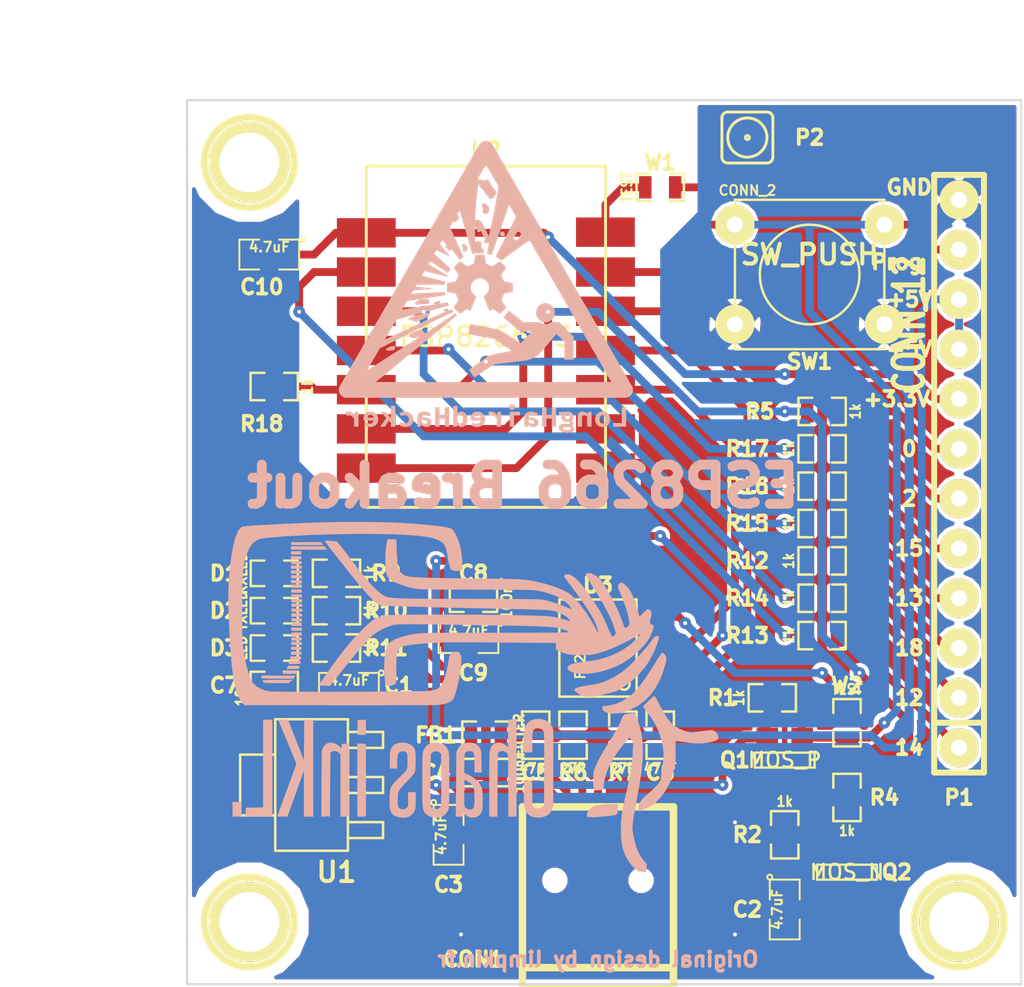
<source format=kicad_pcb>
(kicad_pcb (version 3) (host pcbnew "(2013-may-18)-stable")
  (layers (15 Dessus.Cu signal hide) (0 Dessous.Cu signal) (18 B.Paste user) (19 F.Paste user) (20 B.SilkS user) (21 F.SilkS user) (22 B.Mask user) (23 F.Mask user) (28 Edge.Cuts user))
  (net 0 "")
  (net 1 +3.3V)
  (net 2 CON_GPIO0)
  (net 3 CON_GPIO12)
  (net 4 CON_GPIO13)
  (net 5 CON_GPIO14)
  (net 6 CON_GPIO15)
  (net 7 CON_GPIO18)
  (net 8 CON_GPIO2)
  (net 9 FT230_RX)
  (net 10 FT230_TX)
  (net 11 GND)
  (net 12 GPIO0)
  (net 13 N-0000010)
  (net 14 N-0000011)
  (net 15 N-0000012)
  (net 16 N-0000013)
  (net 17 N-0000014)
  (net 18 N-0000015)
  (net 19 N-0000024)
  (net 20 N-0000026)
  (net 21 N-0000027)
  (net 22 N-0000028)
  (net 23 N-0000029)
  (net 24 N-000003)
  (net 25 N-0000030)
  (net 26 N-0000032)
  (net 27 N-0000033)
  (net 28 N-0000034)
  (net 29 N-0000035)
  (net 30 N-0000036)
  (net 31 N-0000037)
  (net 32 N-000004)
  (net 33 N-000005)
  (net 34 N-000006)
  (net 35 N-000009)
  (net 36 PROG_SW)
  (net 37 VCC)
  (net 38 VDD)
  (module ESP8266-3 (layer Dessus.Cu) (at 71.755 69.215)
    (fp_text reference U2 (at 0 -9.525) (layer F.SilkS) (effects (font (size 0.75 0.75) (thickness 0.2))))
    (fp_text value ESP8266-3 (at 0 0) (layer F.SilkS))
    (pad 1 smd rect (at 6.1 6.7) (size 3 1.5) (layers Dessus.Cu F.Paste F.Mask) (net 11 GND))
    (pad 2 smd rect (at 6.1 4.7) (size 3 1.5) (layers Dessus.Cu F.Paste F.Mask))
    (pad 3 smd rect (at 6.1 2.7) (size 3 1.5) (layers Dessus.Cu F.Paste F.Mask) (net 9 FT230_RX))
    (pad 4 smd rect (at 6.1 0.7) (size 3 1.5) (layers Dessus.Cu F.Paste F.Mask) (net 10 FT230_TX))
    (pad 5 smd rect (at 6.1 -1.3) (size 3 1.5) (layers Dessus.Cu F.Paste F.Mask) (net 28 N-0000034))
    (pad 6 smd rect (at 6.1 -3.3) (size 3 1.5) (layers Dessus.Cu F.Paste F.Mask) (net 36 PROG_SW))
    (pad 8 smd rect (at -6.1 -5.3) (size 3 1.5) (layers Dessus.Cu F.Paste F.Mask) (net 1 +3.3V))
    (pad 9 smd rect (at -6.1 -3.3) (size 3 1.5) (layers Dessus.Cu F.Paste F.Mask) (net 29 N-0000035))
    (pad 10 smd rect (at -6.1 -1.3) (size 3 1.5) (layers Dessus.Cu F.Paste F.Mask) (net 27 N-0000033))
    (pad 11 smd rect (at -6.1 0.7) (size 3 1.5) (layers Dessus.Cu F.Paste F.Mask) (net 30 N-0000036))
    (pad 12 smd rect (at -6.1 2.7) (size 3 1.5) (layers Dessus.Cu F.Paste F.Mask) (net 31 N-0000037))
    (pad 13 smd rect (at -6.1 4.7) (size 3 1.5) (layers Dessus.Cu F.Paste F.Mask) (net 35 N-000009))
    (pad 14 smd rect (at -6.1 6.7) (size 3 1.5) (layers Dessus.Cu F.Paste F.Mask) (net 12 GPIO0))
    (pad 7 smd rect (at 6.096 -5.334) (size 3 1.5) (layers Dessus.Cu F.Paste F.Mask) (net 19 N-0000024))
  )
  (module ssop-16 (layer Dessus.Cu) (at 77.47 85.09 90)
    (fp_text reference U3 (at 3.2 0 180) (layer F.SilkS) (effects (font (size 0.75 0.75) (thickness 0.2))))
    (fp_text value FT230XS (at 0 -0.89916 90) (layer F.SilkS) (effects (font (size 0.50038 0.50038) (thickness 0.09906))))
    (pad 4 smd rect (at -0.3175 2.667 90) (size 0.4064 1.651) (layers Dessus.Cu F.Paste F.Mask) (net 9 FT230_RX))
    (pad 5 smd rect (at 0.3175 2.667 90) (size 0.4064 1.651) (layers Dessus.Cu F.Paste F.Mask) (net 11 GND))
    (pad 6 smd rect (at 0.9525 2.667 90) (size 0.4064 1.651) (layers Dessus.Cu F.Paste F.Mask))
    (pad 7 smd rect (at 1.5875 2.667 90) (size 0.4064 1.651) (layers Dessus.Cu F.Paste F.Mask) (net 20 N-0000026))
    (pad 16 smd rect (at -2.2225 -2.667 90) (size 0.4064 1.651) (layers Dessus.Cu F.Paste F.Mask) (net 21 N-0000027))
    (pad 1 smd rect (at -2.2225 2.667 90) (size 0.4064 1.651) (layers Dessus.Cu F.Paste F.Mask) (net 10 FT230_TX))
    (pad 2 smd rect (at -1.5875 2.667 90) (size 0.4064 1.651) (layers Dessus.Cu F.Paste F.Mask))
    (pad 3 smd rect (at -0.9525 2.667 90) (size 0.4064 1.651) (layers Dessus.Cu F.Paste F.Mask) (net 13 N-0000010))
    (pad 9 smd rect (at 2.2225 -2.667 90) (size 0.4064 1.651) (layers Dessus.Cu F.Paste F.Mask) (net 34 N-000006))
    (pad 10 smd rect (at 1.5875 -2.667 90) (size 0.4064 1.651) (layers Dessus.Cu F.Paste F.Mask) (net 13 N-0000010))
    (pad 11 smd rect (at 0.9525 -2.667 90) (size 0.4064 1.651) (layers Dessus.Cu F.Paste F.Mask) (net 13 N-0000010))
    (pad 12 smd rect (at 0.3175 -2.667 90) (size 0.4064 1.651) (layers Dessus.Cu F.Paste F.Mask) (net 37 VCC))
    (pad 13 smd rect (at -0.3175 -2.667 90) (size 0.4064 1.651) (layers Dessus.Cu F.Paste F.Mask) (net 11 GND))
    (pad 14 smd rect (at -0.9525 -2.667 90) (size 0.4064 1.651) (layers Dessus.Cu F.Paste F.Mask) (net 22 N-0000028))
    (pad 8 smd rect (at 2.2225 2.667 90) (size 0.4064 1.651) (layers Dessus.Cu F.Paste F.Mask) (net 33 N-000005))
    (pad 15 smd rect (at -1.5875 -2.667 90) (size 0.4064 1.651) (layers Dessus.Cu F.Paste F.Mask) (net 23 N-0000029))
  )
  (module SOT23GDS_L (layer Dessus.Cu) (at 90.17 96.52 180)
    (fp_text reference Q2 (at -2.54 0 180) (layer F.SilkS) (effects (font (size 0.75 0.75) (thickness 0.2))))
    (fp_text value MOS_N (at 0 0 180) (layer F.SilkS) (effects (font (size 0.762 0.762) (thickness 0.12954))))
    (pad S smd rect (at -0.889 -1.1 180) (size 1.1 1.1) (layers Dessus.Cu F.Paste F.Mask) (net 11 GND))
    (pad G smd rect (at 0.889 -1.1 180) (size 1.1 1.1) (layers Dessus.Cu F.Paste F.Mask) (net 17 N-0000014))
    (pad D smd rect (at 0 1.1 180) (size 1.1 1.1) (layers Dessus.Cu F.Paste F.Mask) (net 16 N-0000013))
  )
  (module SOT23GDS_L (layer Dessus.Cu) (at 86.995 90.805)
    (fp_text reference Q1 (at -2.54 0) (layer F.SilkS) (effects (font (size 0.75 0.75) (thickness 0.2))))
    (fp_text value MOS_P (at 0 0) (layer F.SilkS) (effects (font (size 0.762 0.762) (thickness 0.12954))))
    (pad S smd rect (at -0.889 -1.1) (size 1.1 1.1) (layers Dessus.Cu F.Paste F.Mask) (net 1 +3.3V))
    (pad G smd rect (at 0.889 -1.1) (size 1.1 1.1) (layers Dessus.Cu F.Paste F.Mask) (net 36 PROG_SW))
    (pad D smd rect (at 0 1.1) (size 1.1 1.1) (layers Dessus.Cu F.Paste F.Mask) (net 18 N-0000015))
  )
  (module SM0603_Resistor (layer Dessus.Cu) (at 74.295 89.535 90)
    (fp_text reference C5 (at -1.905 0 180) (layer F.SilkS) (effects (font (size 0.75 0.75) (thickness 0.2))))
    (fp_text value 47pF (at -1.69926 0 180) (layer F.SilkS) (effects (font (size 0.508 0.4572) (thickness 0.1143))))
    (pad 1 smd rect (at -0.762 0 90) (size 0.635 1.143) (layers Dessus.Cu F.Paste F.Mask) (net 24 N-000003))
    (pad 2 smd rect (at 0.762 0 90) (size 0.635 1.143) (layers Dessus.Cu F.Paste F.Mask) (net 11 GND))
  )
  (module SM0603_Resistor (layer Dessus.Cu) (at 64.135 81.28 180)
    (fp_text reference R9 (at -2.54 0 180) (layer F.SilkS) (effects (font (size 0.75 0.75) (thickness 0.2))))
    (fp_text value 1k (at -1.69926 0 270) (layer F.SilkS) (effects (font (size 0.508 0.4572) (thickness 0.1143))))
    (pad 1 smd rect (at -0.762 0 180) (size 0.635 1.143) (layers Dessus.Cu F.Paste F.Mask) (net 22 N-0000028))
    (pad 2 smd rect (at 0.762 0 180) (size 0.635 1.143) (layers Dessus.Cu F.Paste F.Mask) (net 15 N-0000012))
  )
  (module SM0603_Resistor (layer Dessus.Cu) (at 64.135 83.185 180)
    (fp_text reference R10 (at -2.54 0 180) (layer F.SilkS) (effects (font (size 0.75 0.75) (thickness 0.2))))
    (fp_text value 1k (at -1.69926 0 270) (layer F.SilkS) (effects (font (size 0.508 0.4572) (thickness 0.1143))))
    (pad 1 smd rect (at -0.762 0 180) (size 0.635 1.143) (layers Dessus.Cu F.Paste F.Mask) (net 23 N-0000029))
    (pad 2 smd rect (at 0.762 0 180) (size 0.635 1.143) (layers Dessus.Cu F.Paste F.Mask) (net 26 N-0000032))
  )
  (module SM0603_Resistor (layer Dessus.Cu) (at 64.135 85.09 180)
    (fp_text reference R11 (at -2.54 0 180) (layer F.SilkS) (effects (font (size 0.75 0.75) (thickness 0.2))))
    (fp_text value 1k (at -1.69926 0 270) (layer F.SilkS) (effects (font (size 0.508 0.4572) (thickness 0.1143))))
    (pad 1 smd rect (at -0.762 0 180) (size 0.635 1.143) (layers Dessus.Cu F.Paste F.Mask) (net 21 N-0000027))
    (pad 2 smd rect (at 0.762 0 180) (size 0.635 1.143) (layers Dessus.Cu F.Paste F.Mask) (net 14 N-0000011))
  )
  (module SM0603_Resistor (layer Dessus.Cu) (at 60.96 86.995)
    (fp_text reference C7 (at -2.54 0) (layer F.SilkS) (effects (font (size 0.75 0.75) (thickness 0.2))))
    (fp_text value 100nF (at -1.69926 0 90) (layer F.SilkS) (effects (font (size 0.508 0.4572) (thickness 0.1143))))
    (pad 1 smd rect (at -0.762 0) (size 0.635 1.143) (layers Dessus.Cu F.Paste F.Mask) (net 13 N-0000010))
    (pad 2 smd rect (at 0.762 0) (size 0.635 1.143) (layers Dessus.Cu F.Paste F.Mask) (net 11 GND))
  )
  (module SM0603_Resistor (layer Dessus.Cu) (at 78.74 89.535 90)
    (fp_text reference R7 (at -1.905 0 180) (layer F.SilkS) (effects (font (size 0.75 0.75) (thickness 0.2))))
    (fp_text value 27R (at -1.69926 0 180) (layer F.SilkS) (effects (font (size 0.508 0.4572) (thickness 0.1143))))
    (pad 1 smd rect (at -0.762 0 90) (size 0.635 1.143) (layers Dessus.Cu F.Paste F.Mask) (net 32 N-000004))
    (pad 2 smd rect (at 0.762 0 90) (size 0.635 1.143) (layers Dessus.Cu F.Paste F.Mask) (net 33 N-000005))
  )
  (module SM0603_Resistor (layer Dessus.Cu) (at 76.2 89.535 90)
    (fp_text reference R6 (at -1.905 0 180) (layer F.SilkS) (effects (font (size 0.75 0.75) (thickness 0.2))))
    (fp_text value 27R (at -1.69926 0 180) (layer F.SilkS) (effects (font (size 0.508 0.4572) (thickness 0.1143))))
    (pad 1 smd rect (at -0.762 0 90) (size 0.635 1.143) (layers Dessus.Cu F.Paste F.Mask) (net 24 N-000003))
    (pad 2 smd rect (at 0.762 0 90) (size 0.635 1.143) (layers Dessus.Cu F.Paste F.Mask) (net 34 N-000006))
  )
  (module SM0603_Resistor (layer Dessus.Cu) (at 80.645 89.535 90)
    (fp_text reference C6 (at -1.905 0 180) (layer F.SilkS) (effects (font (size 0.75 0.75) (thickness 0.2))))
    (fp_text value 47pF (at -1.69926 0 180) (layer F.SilkS) (effects (font (size 0.508 0.4572) (thickness 0.1143))))
    (pad 1 smd rect (at -0.762 0 90) (size 0.635 1.143) (layers Dessus.Cu F.Paste F.Mask) (net 32 N-000004))
    (pad 2 smd rect (at 0.762 0 90) (size 0.635 1.143) (layers Dessus.Cu F.Paste F.Mask) (net 11 GND))
  )
  (module SM0603_Resistor (layer Dessus.Cu) (at 71.12 82.55 180)
    (fp_text reference C8 (at 0 1.27 180) (layer F.SilkS) (effects (font (size 0.75 0.75) (thickness 0.2))))
    (fp_text value 100nF (at -1.69926 0 270) (layer F.SilkS) (effects (font (size 0.508 0.4572) (thickness 0.1143))))
    (pad 1 smd rect (at -0.762 0 180) (size 0.635 1.143) (layers Dessus.Cu F.Paste F.Mask) (net 37 VCC))
    (pad 2 smd rect (at 0.762 0 180) (size 0.635 1.143) (layers Dessus.Cu F.Paste F.Mask) (net 11 GND))
  )
  (module SM0603_Resistor (layer Dessus.Cu) (at 71.755 91.44 180)
    (fp_text reference C4 (at 2.54 0 180) (layer F.SilkS) (effects (font (size 0.75 0.75) (thickness 0.2))))
    (fp_text value 100nF (at -1.69926 0 270) (layer F.SilkS) (effects (font (size 0.508 0.4572) (thickness 0.1143))))
    (pad 1 smd rect (at -0.762 0 180) (size 0.635 1.143) (layers Dessus.Cu F.Paste F.Mask) (net 38 VDD))
    (pad 2 smd rect (at 0.762 0 180) (size 0.635 1.143) (layers Dessus.Cu F.Paste F.Mask) (net 11 GND))
  )
  (module SM0603_Resistor (layer Dessus.Cu) (at 71.755 89.535 180)
    (fp_text reference FB1 (at 2.54 0 180) (layer F.SilkS) (effects (font (size 0.75 0.75) (thickness 0.2))))
    (fp_text value FILTER (at -1.69926 0 270) (layer F.SilkS) (effects (font (size 0.508 0.4572) (thickness 0.1143))))
    (pad 1 smd rect (at -0.762 0 180) (size 0.635 1.143) (layers Dessus.Cu F.Paste F.Mask) (net 38 VDD))
    (pad 2 smd rect (at 0.762 0 180) (size 0.635 1.143) (layers Dessus.Cu F.Paste F.Mask) (net 37 VCC))
  )
  (module SM0603_Resistor (layer Dessus.Cu) (at 90.17 92.71 90)
    (fp_text reference R4 (at 0 1.905 180) (layer F.SilkS) (effects (font (size 0.75 0.75) (thickness 0.2))))
    (fp_text value 1k (at -1.69926 0 180) (layer F.SilkS) (effects (font (size 0.508 0.4572) (thickness 0.1143))))
    (pad 1 smd rect (at -0.762 0 90) (size 0.635 1.143) (layers Dessus.Cu F.Paste F.Mask) (net 16 N-0000013))
    (pad 2 smd rect (at 0.762 0 90) (size 0.635 1.143) (layers Dessus.Cu F.Paste F.Mask) (net 12 GPIO0))
  )
  (module SM0603_Resistor (layer Dessus.Cu) (at 86.995 94.615 270)
    (fp_text reference R2 (at 0 1.905 360) (layer F.SilkS) (effects (font (size 0.75 0.75) (thickness 0.2))))
    (fp_text value 1k (at -1.69926 0 360) (layer F.SilkS) (effects (font (size 0.508 0.4572) (thickness 0.1143))))
    (pad 1 smd rect (at -0.762 0 270) (size 0.635 1.143) (layers Dessus.Cu F.Paste F.Mask) (net 18 N-0000015))
    (pad 2 smd rect (at 0.762 0 270) (size 0.635 1.143) (layers Dessus.Cu F.Paste F.Mask) (net 17 N-0000014))
  )
  (module SM0603_Resistor (layer Dessus.Cu) (at 86.36 87.63)
    (fp_text reference R1 (at -2.54 0) (layer F.SilkS) (effects (font (size 0.75 0.75) (thickness 0.2))))
    (fp_text value 1k (at -1.69926 0 90) (layer F.SilkS) (effects (font (size 0.508 0.4572) (thickness 0.1143))))
    (pad 1 smd rect (at -0.762 0) (size 0.635 1.143) (layers Dessus.Cu F.Paste F.Mask) (net 1 +3.3V))
    (pad 2 smd rect (at 0.762 0) (size 0.635 1.143) (layers Dessus.Cu F.Paste F.Mask) (net 36 PROG_SW))
  )
  (module SM0603_Capa (layer Dessus.Cu) (at 60.96 85.09)
    (fp_text reference D3 (at -2.54 0) (layer F.SilkS) (effects (font (size 0.75 0.75) (thickness 0.2))))
    (fp_text value LED (at -1.651 0 90) (layer F.SilkS) (effects (font (size 0.508 0.4572) (thickness 0.1143))))
    (pad 1 smd rect (at -0.762 0) (size 0.635 1.143) (layers Dessus.Cu F.Paste F.Mask) (net 13 N-0000010))
    (pad 2 smd rect (at 0.762 0) (size 0.635 1.143) (layers Dessus.Cu F.Paste F.Mask) (net 14 N-0000011))
  )
  (module SM0603_Capa (layer Dessus.Cu) (at 60.96 83.185)
    (fp_text reference D2 (at -2.54 0) (layer F.SilkS) (effects (font (size 0.75 0.75) (thickness 0.2))))
    (fp_text value TXLED (at -1.651 0 90) (layer F.SilkS) (effects (font (size 0.508 0.4572) (thickness 0.1143))))
    (pad 1 smd rect (at -0.762 0) (size 0.635 1.143) (layers Dessus.Cu F.Paste F.Mask) (net 13 N-0000010))
    (pad 2 smd rect (at 0.762 0) (size 0.635 1.143) (layers Dessus.Cu F.Paste F.Mask) (net 26 N-0000032))
  )
  (module SM0603_Capa (layer Dessus.Cu) (at 60.96 81.28)
    (fp_text reference D1 (at -2.54 0) (layer F.SilkS) (effects (font (size 0.75 0.75) (thickness 0.2))))
    (fp_text value RXLED (at -1.651 0 90) (layer F.SilkS) (effects (font (size 0.508 0.4572) (thickness 0.1143))))
    (pad 1 smd rect (at -0.762 0) (size 0.635 1.143) (layers Dessus.Cu F.Paste F.Mask) (net 13 N-0000010))
    (pad 2 smd rect (at 0.762 0) (size 0.635 1.143) (layers Dessus.Cu F.Paste F.Mask) (net 15 N-0000012))
  )
  (module SM0603_Resistor (layer Dessus.Cu) (at 88.9 80.645)
    (fp_text reference R12 (at -3.81 0) (layer F.SilkS) (effects (font (size 0.75 0.75) (thickness 0.2))))
    (fp_text value 1k (at -1.69926 0 90) (layer F.SilkS) (effects (font (size 0.508 0.4572) (thickness 0.1143))))
    (pad 1 smd rect (at -0.762 0) (size 0.635 1.143) (layers Dessus.Cu F.Paste F.Mask) (net 28 N-0000034))
    (pad 2 smd rect (at 0.762 0) (size 0.635 1.143) (layers Dessus.Cu F.Paste F.Mask) (net 7 CON_GPIO18))
  )
  (module SM0603_Resistor (layer Dessus.Cu) (at 88.9 84.455)
    (fp_text reference R13 (at -3.81 0) (layer F.SilkS) (effects (font (size 0.75 0.75) (thickness 0.2))))
    (fp_text value 1k (at -1.69926 0 90) (layer F.SilkS) (effects (font (size 0.508 0.4572) (thickness 0.1143))))
    (pad 1 smd rect (at -0.762 0) (size 0.635 1.143) (layers Dessus.Cu F.Paste F.Mask) (net 29 N-0000035))
    (pad 2 smd rect (at 0.762 0) (size 0.635 1.143) (layers Dessus.Cu F.Paste F.Mask) (net 5 CON_GPIO14))
  )
  (module SM0603_Resistor (layer Dessus.Cu) (at 88.9 82.55)
    (fp_text reference R14 (at -3.81 0) (layer F.SilkS) (effects (font (size 0.75 0.75) (thickness 0.2))))
    (fp_text value 1k (at -1.69926 0 90) (layer F.SilkS) (effects (font (size 0.508 0.4572) (thickness 0.1143))))
    (pad 1 smd rect (at -0.762 0) (size 0.635 1.143) (layers Dessus.Cu F.Paste F.Mask) (net 27 N-0000033))
    (pad 2 smd rect (at 0.762 0) (size 0.635 1.143) (layers Dessus.Cu F.Paste F.Mask) (net 3 CON_GPIO12))
  )
  (module SM0603_Resistor (layer Dessus.Cu) (at 88.9 78.74)
    (fp_text reference R15 (at -3.81 0) (layer F.SilkS) (effects (font (size 0.75 0.75) (thickness 0.2))))
    (fp_text value 1k (at -1.69926 0 90) (layer F.SilkS) (effects (font (size 0.508 0.4572) (thickness 0.1143))))
    (pad 1 smd rect (at -0.762 0) (size 0.635 1.143) (layers Dessus.Cu F.Paste F.Mask) (net 30 N-0000036))
    (pad 2 smd rect (at 0.762 0) (size 0.635 1.143) (layers Dessus.Cu F.Paste F.Mask) (net 4 CON_GPIO13))
  )
  (module SM0603_Resistor (layer Dessus.Cu) (at 88.9 76.835)
    (fp_text reference R16 (at -3.81 0) (layer F.SilkS) (effects (font (size 0.75 0.75) (thickness 0.2))))
    (fp_text value 1k (at -1.69926 0 90) (layer F.SilkS) (effects (font (size 0.508 0.4572) (thickness 0.1143))))
    (pad 1 smd rect (at -0.762 0) (size 0.635 1.143) (layers Dessus.Cu F.Paste F.Mask) (net 31 N-0000037))
    (pad 2 smd rect (at 0.762 0) (size 0.635 1.143) (layers Dessus.Cu F.Paste F.Mask) (net 6 CON_GPIO15))
  )
  (module SM0603_Resistor (layer Dessus.Cu) (at 88.9 74.93)
    (fp_text reference R17 (at -3.81 0) (layer F.SilkS) (effects (font (size 0.75 0.75) (thickness 0.2))))
    (fp_text value 1k (at -1.69926 0 90) (layer F.SilkS) (effects (font (size 0.508 0.4572) (thickness 0.1143))))
    (pad 1 smd rect (at -0.762 0) (size 0.635 1.143) (layers Dessus.Cu F.Paste F.Mask) (net 35 N-000009))
    (pad 2 smd rect (at 0.762 0) (size 0.635 1.143) (layers Dessus.Cu F.Paste F.Mask) (net 8 CON_GPIO2))
  )
  (module SM0603_Resistor (layer Dessus.Cu) (at 60.96 71.755 180)
    (fp_text reference R18 (at 0.635 -1.905 180) (layer F.SilkS) (effects (font (size 0.75 0.75) (thickness 0.2))))
    (fp_text value 1k (at -1.69926 0 270) (layer F.SilkS) (effects (font (size 0.508 0.4572) (thickness 0.1143))))
    (pad 1 smd rect (at -0.762 0 180) (size 0.635 1.143) (layers Dessus.Cu F.Paste F.Mask) (net 31 N-0000037))
    (pad 2 smd rect (at 0.762 0 180) (size 0.635 1.143) (layers Dessus.Cu F.Paste F.Mask) (net 11 GND))
  )
  (module USB_MINI_B (layer Dessus.Cu) (at 77.47 97.79 90)
    (fp_text reference CON1 (at -3.175 -6.35 180) (layer F.SilkS) (effects (font (size 0.75 0.75) (thickness 0.2))))
    (fp_text value USB-MICRO-B2 hide)
    (pad 1 smd rect (at 3.44932 -1.6002 90) (size 2.30124 0.50038) (layers Dessus.Cu F.Paste F.Mask) (net 38 VDD))
    (pad 2 smd rect (at 3.44932 -0.8001 90) (size 2.30124 0.50038) (layers Dessus.Cu F.Paste F.Mask) (net 24 N-000003))
    (pad 3 smd rect (at 3.44932 0 90) (size 2.30124 0.50038) (layers Dessus.Cu F.Paste F.Mask) (net 32 N-000004))
    (pad 4 smd rect (at 3.44932 0.8001 90) (size 2.30124 0.50038) (layers Dessus.Cu F.Paste F.Mask))
    (pad 5 smd rect (at 3.44932 1.6002 90) (size 2.30124 0.50038) (layers Dessus.Cu F.Paste F.Mask) (net 11 GND))
    (pad 6 smd rect (at 3.35026 -4.45008 90) (size 2.49936 1.99898) (layers Dessus.Cu F.Paste F.Mask) (net 11 GND))
    (pad 7 smd rect (at -2.14884 -4.45008 90) (size 2.49936 1.99898) (layers Dessus.Cu F.Paste F.Mask) (net 11 GND))
    (pad 8 smd rect (at 3.35026 4.45008 90) (size 2.49936 1.99898) (layers Dessus.Cu F.Paste F.Mask) (net 11 GND))
    (pad 9 smd rect (at -2.14884 4.45008 90) (size 2.49936 1.99898) (layers Dessus.Cu F.Paste F.Mask) (net 11 GND))
    (pad "" np_thru_hole circle (at 0.8509 -2.19964 90) (size 0.89916 0.89916) (drill 0.89916) (layers *.Cu *.Mask F.SilkS))
    (pad 2 np_thru_hole circle (at 0.8509 2.19964 90) (size 0.89916 0.89916) (drill 0.89916) (layers *.Cu *.Mask F.SilkS) (net 24 N-000003))
  )
  (module SM0603_Resistor (layer Dessus.Cu) (at 88.9 73.025 180)
    (fp_text reference R5 (at 3.175 0 180) (layer F.SilkS) (effects (font (size 0.75 0.75) (thickness 0.2))))
    (fp_text value 1k (at -1.69926 0 270) (layer F.SilkS) (effects (font (size 0.508 0.4572) (thickness 0.1143))))
    (pad 1 smd rect (at -0.762 0 180) (size 0.635 1.143) (layers Dessus.Cu F.Paste F.Mask) (net 2 CON_GPIO0))
    (pad 2 smd rect (at 0.762 0 180) (size 0.635 1.143) (layers Dessus.Cu F.Paste F.Mask) (net 12 GPIO0))
  )
  (module SIL-12 (layer Dessus.Cu) (at 95.885 76.2 90)
    (fp_text reference P1 (at -16.51 0 180) (layer F.SilkS) (effects (font (size 0.75 0.75) (thickness 0.2))))
    (fp_text value CONN_12 (at 7.62 -2.54 90) (layer F.SilkS) (effects (font (size 1.524 1.016) (thickness 0.3048))))
    (pad 1 thru_hole circle (at -13.97 0 90) (size 2 2) (drill 0.8128) (layers *.Cu *.Mask F.SilkS) (net 5 CON_GPIO14))
    (pad 2 thru_hole circle (at -11.43 0 90) (size 2 2) (drill 0.8128) (layers *.Cu *.Mask F.SilkS) (net 3 CON_GPIO12))
    (pad 3 thru_hole circle (at -8.89 0 90) (size 2 2) (drill 0.8128) (layers *.Cu *.Mask F.SilkS) (net 7 CON_GPIO18))
    (pad 4 thru_hole circle (at -6.35 0 90) (size 2 2) (drill 0.8128) (layers *.Cu *.Mask F.SilkS) (net 4 CON_GPIO13))
    (pad 5 thru_hole circle (at -3.81 0 90) (size 2 2) (drill 0.8128) (layers *.Cu *.Mask F.SilkS) (net 6 CON_GPIO15))
    (pad 6 thru_hole circle (at -1.27 0 90) (size 2 2) (drill 0.8128) (layers *.Cu *.Mask F.SilkS) (net 8 CON_GPIO2))
    (pad 7 thru_hole circle (at 1.27 0 90) (size 2 2) (drill 0.8128) (layers *.Cu *.Mask F.SilkS) (net 2 CON_GPIO0))
    (pad 8 thru_hole circle (at 3.81 0 90) (size 2 2) (drill 0.8128) (layers *.Cu *.Mask F.SilkS) (net 1 +3.3V))
    (pad 9 thru_hole circle (at 6.35 0 90) (size 2 2) (drill 0.8128) (layers *.Cu *.Mask F.SilkS) (net 37 VCC))
    (pad 10 thru_hole circle (at 8.89 0 90) (size 2 2) (drill 0.8128) (layers *.Cu *.Mask F.SilkS) (net 37 VCC))
    (pad 11 thru_hole circle (at 11.43 0 90) (size 2 2) (drill 0.8128) (layers *.Cu *.Mask F.SilkS) (net 36 PROG_SW))
    (pad 12 thru_hole circle (at 13.97 0 90) (size 2 2) (drill 0.8128) (layers *.Cu *.Mask F.SilkS) (net 11 GND))
  )
  (module SW_PUSH_SMALL (layer Dessus.Cu) (at 88.265 66.04 180)
    (fp_text reference SW1 (at 0 -4.445 180) (layer F.SilkS) (effects (font (size 0.75 0.75) (thickness 0.2))))
    (fp_text value SW_PUSH (at 0 1.016 180) (layer F.SilkS) (effects (font (size 1.016 1.016) (thickness 0.2032))))
    (pad 1 thru_hole circle (at 3.81 -2.54 180) (size 2 2) (drill 0.8128) (layers *.Cu *.Mask F.SilkS) (net 11 GND))
    (pad 2 thru_hole circle (at 3.81 2.54 180) (size 2 2) (drill 0.8128) (layers *.Cu *.Mask F.SilkS) (net 36 PROG_SW))
    (pad 1 thru_hole circle (at -3.81 -2.54 180) (size 2 2) (drill 0.8128) (layers *.Cu *.Mask F.SilkS) (net 11 GND))
    (pad 2 thru_hole circle (at -3.81 2.54 180) (size 2 2) (drill 0.8128) (layers *.Cu *.Mask F.SilkS) (net 36 PROG_SW))
  )
  (module 1pin (layer Dessus.Cu) (at 95.885 99.06)
    (fp_text reference 1PIN hide)
    (fp_text value P*** hide)
    (pad 1 thru_hole circle (at 0 0) (size 4.064 4.064) (drill 3.048) (layers *.Cu *.Mask F.SilkS) (clearance 1))
  )
  (module 1pin (layer Dessus.Cu) (at 59.69 99.06)
    (fp_text reference 1PIN hide)
    (fp_text value P*** hide)
    (pad 1 thru_hole circle (at 0 0) (size 4.064 4.064) (drill 3.048) (layers *.Cu *.Mask F.SilkS) (clearance 1))
  )
  (module 1pin (layer Dessus.Cu) (at 59.69 60.325)
    (fp_text reference 1PIN hide)
    (fp_text value P*** hide)
    (pad 1 thru_hole circle (at 0 0) (size 4.064 4.064) (drill 3.048) (layers *.Cu *.Mask F.SilkS) (clearance 1))
  )
  (module SM0805 (layer Dessus.Cu) (at 70.866 84.582 180)
    (fp_text reference C9 (at -0.254 -1.778 180) (layer F.SilkS) (effects (font (size 0.75 0.75) (thickness 0.2))))
    (fp_text value 4.7uF (at 0 0.381 180) (layer F.SilkS) (effects (font (size 0.50038 0.50038) (thickness 0.10922))))
    (pad 1 smd rect (at -0.9525 0 180) (size 0.889 1.397) (layers Dessus.Cu F.Paste F.Mask) (net 37 VCC))
    (pad 2 smd rect (at 0.9525 0 180) (size 0.889 1.397) (layers Dessus.Cu F.Paste F.Mask) (net 11 GND))
  )
  (module SM0805 (layer Dessus.Cu) (at 60.706 65.024 180)
    (fp_text reference C10 (at 0.381 -1.651 180) (layer F.SilkS) (effects (font (size 0.75 0.75) (thickness 0.2))))
    (fp_text value 4.7uF (at 0 0.381 180) (layer F.SilkS) (effects (font (size 0.50038 0.50038) (thickness 0.10922))))
    (pad 1 smd rect (at -0.9525 0 180) (size 0.889 1.397) (layers Dessus.Cu F.Paste F.Mask) (net 1 +3.3V))
    (pad 2 smd rect (at 0.9525 0 180) (size 0.889 1.397) (layers Dessus.Cu F.Paste F.Mask) (net 11 GND))
  )
  (module SM0805 (layer Dessus.Cu) (at 69.85 94.615 270)
    (fp_text reference C3 (at 2.54 0 360) (layer F.SilkS) (effects (font (size 0.75 0.75) (thickness 0.2))))
    (fp_text value 4.7uF (at 0 0.381 270) (layer F.SilkS) (effects (font (size 0.50038 0.50038) (thickness 0.10922))))
    (pad 1 smd rect (at -0.9525 0 270) (size 0.889 1.397) (layers Dessus.Cu F.Paste F.Mask) (net 1 +3.3V))
    (pad 2 smd rect (at 0.9525 0 270) (size 0.889 1.397) (layers Dessus.Cu F.Paste F.Mask) (net 11 GND))
  )
  (module SM0805 (layer Dessus.Cu) (at 64.77 87.122 180)
    (fp_text reference C1 (at -2.54 0.127 180) (layer F.SilkS) (effects (font (size 0.75 0.75) (thickness 0.2))))
    (fp_text value 4.7uF (at 0 0.381 180) (layer F.SilkS) (effects (font (size 0.50038 0.50038) (thickness 0.10922))))
    (pad 1 smd rect (at -0.9525 0 180) (size 0.889 1.397) (layers Dessus.Cu F.Paste F.Mask) (net 37 VCC))
    (pad 2 smd rect (at 0.9525 0 180) (size 0.889 1.397) (layers Dessus.Cu F.Paste F.Mask) (net 11 GND))
  )
  (module SM0805 (layer Dessus.Cu) (at 86.995 98.425 270)
    (fp_text reference C2 (at 0 1.905 360) (layer F.SilkS) (effects (font (size 0.75 0.75) (thickness 0.2))))
    (fp_text value 4.7uF (at 0 0.381 270) (layer F.SilkS) (effects (font (size 0.50038 0.50038) (thickness 0.10922))))
    (pad 1 smd rect (at -0.9525 0 270) (size 0.889 1.397) (layers Dessus.Cu F.Paste F.Mask) (net 17 N-0000014))
    (pad 2 smd rect (at 0.9525 0 270) (size 0.889 1.397) (layers Dessus.Cu F.Paste F.Mask) (net 11 GND))
  )
  (module sot223 (layer Dessus.Cu) (at 62.865 92.075 90)
    (fp_text reference U1 (at -4.445 1.27 180) (layer F.SilkS) (effects (font (size 1.00076 1.00076) (thickness 0.20066))))
    (fp_text value NCP1117LP hide)
    (pad 1 smd rect (at -2.30124 2.99974 90) (size 1.30048 1.80086) (layers Dessus.Cu F.Paste F.Mask) (net 11 GND))
    (pad 2 smd rect (at 0 2.99974 90) (size 1.30048 1.80086) (layers Dessus.Cu F.Paste F.Mask) (net 1 +3.3V))
    (pad 3 smd rect (at 2.30124 2.99974 90) (size 1.30048 1.80086) (layers Dessus.Cu F.Paste F.Mask) (net 37 VCC))
    (pad 4 smd rect (at 0 -2.99974 90) (size 3.79984 1.80086) (layers Dessus.Cu F.Paste F.Mask) (net 1 +3.3V))
  )
  (module SM0603_Resistor (layer Dessus.Cu) (at 80.645 61.595)
    (fp_text reference W1 (at 0 -1.27) (layer F.SilkS) (effects (font (size 0.75 0.75) (thickness 0.2))))
    (fp_text value TEST (at -1.69926 0 90) (layer F.SilkS) (effects (font (size 0.508 0.4572) (thickness 0.1143))))
    (pad 1 smd rect (at -0.762 0) (size 0.635 1.143) (layers Dessus.Cu F.Paste F.Mask) (net 19 N-0000024))
    (pad 2 smd rect (at 0.762 0) (size 0.635 1.143) (layers Dessus.Cu F.Paste F.Mask) (net 25 N-0000030))
  )
  (module SM0603_Resistor (layer Dessus.Cu) (at 90.17 88.9 270)
    (fp_text reference W2 (at -1.905 0 360) (layer F.SilkS) (effects (font (size 0.75 0.75) (thickness 0.2))))
    (fp_text value TEST (at -1.69926 0 360) (layer F.SilkS) (effects (font (size 0.508 0.4572) (thickness 0.1143))))
    (pad 1 smd rect (at -0.762 0 270) (size 0.635 1.143) (layers Dessus.Cu F.Paste F.Mask) (net 20 N-0000026))
    (pad 2 smd rect (at 0.762 0 270) (size 0.635 1.143) (layers Dessus.Cu F.Paste F.Mask) (net 36 PROG_SW))
  )
  (module coaxial_u.fl-r-smt-1 (layer Dessus.Cu) (at 85.09 59.055)
    (fp_text reference P2 (at 3.175 0) (layer F.SilkS) (effects (font (size 0.75 0.75) (thickness 0.2))))
    (fp_text value CONN_2 (at 0 2.7) (layer F.SilkS) (effects (font (size 0.5 0.5) (thickness 0.1))))
    (pad 2 smd rect (at -1.475 0) (size 1.05 2.2) (layers Dessus.Cu F.Paste F.Mask) (net 11 GND))
    (pad 2 smd rect (at 1.475 0) (size 1.05 2.2) (layers Dessus.Cu F.Paste F.Mask) (net 11 GND))
    (pad 1 smd rect (at 0 1.525) (size 1 1.05) (layers Dessus.Cu F.Paste F.Mask) (net 25 N-0000030))
  )
  (module chaosinkl_silkbot_25_00mm (layer Dessous.Cu) (at 71.12 87.63)
    (fp_text reference G*** hide)
    (fp_text value chaosinkl_silkbot_25_00mm hide)
  )
  (module logo_hacker_silkbot_15_00mm (layer Dessous.Cu) (at 71.755 66.675)
    (fp_text reference G*** hide)
    (fp_text value logo_hacker_silkbot_15_00mm hide)
  )
  (gr_text "Original design by limpkin.fr" (at 77.47 100.965) (layer B.SilkS) (effects (font (size 0.75 0.75) (thickness 0.1875)) (justify mirror)))
  (gr_text "ESP8266 Breakout" (at 73.66 76.835) (layer B.SilkS) (effects (font (size 2 2) (thickness 0.5)) (justify mirror)))
  (gr_text "GND\n" (at 93.345 61.595) (layer F.SilkS) (effects (font (size 0.75 0.75) (thickness 0.1875))))
  (gr_text "Prog\n" (at 92.71 65.405) (layer F.SilkS) (effects (font (size 0.75 0.75) (thickness 0.1875))))
  (gr_text +5V (at 93.345 67.31) (layer F.SilkS) (effects (font (size 0.75 0.75) (thickness 0.1875))))
  (gr_text +5V (at 93.345 69.85) (layer F.SilkS) (effects (font (size 0.75 0.75) (thickness 0.1875))))
  (gr_text +3.3V (at 92.71 72.39) (layer F.SilkS) (effects (font (size 0.75 0.75) (thickness 0.1875))))
  (gr_text 0 (at 93.345 74.93) (layer F.SilkS) (effects (font (size 0.75 0.75) (thickness 0.1875))))
  (gr_text 2 (at 93.345 77.47) (layer F.SilkS) (effects (font (size 0.75 0.75) (thickness 0.1875))))
  (gr_text 15 (at 93.345 80.01) (layer F.SilkS) (effects (font (size 0.75 0.75) (thickness 0.1875))))
  (gr_text 13 (at 93.345 82.55) (layer F.SilkS) (effects (font (size 0.75 0.75) (thickness 0.1875))))
  (gr_text 18 (at 93.345 85.09) (layer F.SilkS) (effects (font (size 0.75 0.75) (thickness 0.1875))))
  (gr_text 12 (at 93.345 87.63) (layer F.SilkS) (effects (font (size 0.75 0.75) (thickness 0.1875))))
  (gr_text 14 (at 93.345 90.17) (layer F.SilkS) (effects (font (size 0.75 0.75) (thickness 0.1875))))
  (gr_line (start 56.515 102.235) (end 56.515 57.15) (angle 90) (layer Edge.Cuts) (width 0.1))
  (gr_line (start 99.06 102.235) (end 56.515 102.235) (angle 90) (layer Edge.Cuts) (width 0.1))
  (gr_line (start 99.06 57.15) (end 99.06 102.235) (angle 90) (layer Edge.Cuts) (width 0.1))
  (gr_line (start 56.515 57.15) (end 99.06 57.15) (angle 90) (layer Edge.Cuts) (width 0.1))
  (segment (start 94.615 77.47) (end 94.615 77.47) (width 0.4) (layer Dessous.Cu) (net 0))
  (segment (start 94.615 77.47) (end 94.615 77.47) (width 0.4) (layer Dessous.Cu) (net 0))
  (segment (start 65.655 63.915) (end 74.71 63.915) (width 0.4) (layer Dessus.Cu) (net 1))
  (via (at 74.93 64.135) (size 0.6) (drill 0.2) (layers Dessus.Cu Dessous.Cu) (net 1))
  (segment (start 74.71 63.915) (end 74.93 64.135) (width 0.4) (layer Dessus.Cu) (net 1))
  (segment (start 74.93 64.135) (end 81.915 71.12) (width 0.4) (layer Dessous.Cu) (net 1))
  (segment (start 94.615 72.39) (end 93.345 71.12) (width 0.4) (layer Dessus.Cu) (net 1))
  (segment (start 93.345 71.12) (end 86.995 71.12) (width 0.4) (layer Dessus.Cu) (net 1))
  (via (at 86.995 71.12) (size 0.6) (drill 0.2) (layers Dessus.Cu Dessous.Cu) (net 1))
  (segment (start 86.995 71.12) (end 81.915 71.12) (width 0.4) (layer Dessous.Cu) (net 1))
  (segment (start 94.615 72.39) (end 95.885 72.39) (width 0.4) (layer Dessus.Cu) (net 1))
  (segment (start 67.437 92.075) (end 65.86474 92.075) (width 0.4) (layer Dessus.Cu) (net 1))
  (segment (start 69.85 93.6625) (end 69.85 92.71) (width 0.4) (layer Dessus.Cu) (net 1))
  (segment (start 69.85 92.71) (end 69.215 92.075) (width 0.4) (layer Dessus.Cu) (net 1))
  (segment (start 86.106 89.705) (end 84.92 89.705) (width 0.4) (layer Dessus.Cu) (net 1))
  (segment (start 83.82 92.075) (end 69.215 92.075) (width 0.4) (layer Dessous.Cu) (net 1))
  (via (at 69.215 92.075) (size 0.6) (drill 0.2) (layers Dessus.Cu Dessous.Cu) (net 1))
  (via (at 83.82 92.075) (size 0.6) (drill 0.2) (layers Dessus.Cu Dessous.Cu) (net 1))
  (segment (start 83.82 90.805) (end 83.82 92.075) (width 0.4) (layer Dessus.Cu) (net 1))
  (segment (start 84.92 89.705) (end 83.82 90.805) (width 0.4) (layer Dessus.Cu) (net 1))
  (segment (start 86.106 89.705) (end 86.106 89.281) (width 0.4) (layer Dessus.Cu) (net 1))
  (segment (start 85.598 88.773) (end 85.598 87.63) (width 0.4) (layer Dessus.Cu) (net 1))
  (segment (start 86.106 89.281) (end 85.598 88.773) (width 0.4) (layer Dessus.Cu) (net 1))
  (segment (start 58.42 68.58) (end 58.42 90.805) (width 0.4) (layer Dessus.Cu) (net 1))
  (segment (start 59.69 92.075) (end 60.833 92.075) (width 0.4) (layer Dessus.Cu) (net 1))
  (segment (start 59.69 92.075) (end 58.42 90.805) (width 0.4) (layer Dessus.Cu) (net 1))
  (segment (start 65.655 63.915) (end 64.101 63.915) (width 0.4) (layer Dessus.Cu) (net 1))
  (segment (start 64.101 63.915) (end 62.992 65.024) (width 0.4) (layer Dessus.Cu) (net 1))
  (segment (start 62.992 65.024) (end 61.6585 65.024) (width 0.4) (layer Dessus.Cu) (net 1))
  (segment (start 61.722 65.024) (end 61.722 65.913) (width 0.4) (layer Dessus.Cu) (net 1))
  (segment (start 61.722 65.913) (end 60.96 66.675) (width 0.4) (layer Dessus.Cu) (net 1))
  (segment (start 58.42 68.58) (end 58.42 68.58) (width 0.4) (layer Dessus.Cu) (net 1))
  (segment (start 60.325 66.675) (end 60.96 66.675) (width 0.4) (layer Dessus.Cu) (net 1))
  (segment (start 58.42 68.58) (end 58.42 68.58) (width 0.4) (layer Dessus.Cu) (net 1))
  (segment (start 58.42 68.58) (end 60.325 66.675) (width 0.4) (layer Dessus.Cu) (net 1))
  (segment (start 67.437 92.075) (end 69.215 92.075) (width 0.4) (layer Dessus.Cu) (net 1))
  (segment (start 60.833 92.075) (end 67.437 92.075) (width 0.4) (layer Dessus.Cu) (net 1))
  (segment (start 89.662 73.025) (end 92.71 73.025) (width 0.4) (layer Dessus.Cu) (net 2))
  (segment (start 94.615 74.93) (end 95.885 74.93) (width 0.4) (layer Dessus.Cu) (net 2))
  (segment (start 92.71 73.025) (end 94.615 74.93) (width 0.4) (layer Dessus.Cu) (net 2))
  (segment (start 89.662 82.55) (end 90.805 82.55) (width 0.4) (layer Dessus.Cu) (net 3))
  (segment (start 90.805 82.55) (end 95.885 87.63) (width 0.4) (layer Dessus.Cu) (net 3))
  (segment (start 95.885 82.55) (end 94.615 82.55) (width 0.4) (layer Dessus.Cu) (net 4))
  (segment (start 90.805 78.74) (end 89.662 78.74) (width 0.4) (layer Dessus.Cu) (net 4))
  (segment (start 94.615 82.55) (end 90.805 78.74) (width 0.4) (layer Dessus.Cu) (net 4))
  (segment (start 89.662 84.455) (end 90.17 84.455) (width 0.4) (layer Dessus.Cu) (net 5))
  (segment (start 90.17 84.455) (end 95.885 90.17) (width 0.4) (layer Dessus.Cu) (net 5))
  (segment (start 89.535 76.835) (end 91.44 76.835) (width 0.4) (layer Dessus.Cu) (net 6))
  (segment (start 94.615 80.01) (end 95.885 80.01) (width 0.4) (layer Dessus.Cu) (net 6))
  (segment (start 91.44 76.835) (end 94.615 80.01) (width 0.4) (layer Dessus.Cu) (net 6))
  (segment (start 89.662 80.645) (end 90.805 80.645) (width 0.4) (layer Dessus.Cu) (net 7))
  (segment (start 95.25 85.09) (end 95.885 85.09) (width 0.4) (layer Dessus.Cu) (net 7))
  (segment (start 90.805 80.645) (end 95.25 85.09) (width 0.4) (layer Dessus.Cu) (net 7))
  (segment (start 89.662 74.93) (end 92.075 74.93) (width 0.4) (layer Dessus.Cu) (net 8))
  (segment (start 94.615 77.47) (end 95.885 77.47) (width 0.4) (layer Dessus.Cu) (net 8))
  (segment (start 92.075 74.93) (end 94.615 77.47) (width 0.4) (layer Dessus.Cu) (net 8))
  (segment (start 81.12 71.915) (end 81.44 71.915) (width 0.4) (layer Dessus.Cu) (net 9))
  (segment (start 77.855 71.915) (end 81.12 71.915) (width 0.4) (layer Dessus.Cu) (net 9))
  (segment (start 81.44 71.915) (end 84.455 74.93) (width 0.4) (layer Dessus.Cu) (net 9))
  (segment (start 84.455 82.55) (end 84.455 74.93) (width 0.4) (layer Dessus.Cu) (net 9))
  (segment (start 84.455 74.93) (end 84.455 74.964998) (width 0.4) (layer Dessus.Cu) (net 9))
  (segment (start 84.455 74.93) (end 84.455 74.93) (width 0.4) (layer Dessus.Cu) (net 9))
  (segment (start 84.455 74.964998) (end 84.420002 74.93) (width 0.4) (layer Dessus.Cu) (net 9))
  (segment (start 80.137 85.4075) (end 81.5975 85.4075) (width 0.4) (layer Dessus.Cu) (net 9))
  (segment (start 84.455 82.55) (end 84.455 82.55) (width 0.4) (layer Dessus.Cu) (net 9))
  (segment (start 81.5975 85.4075) (end 84.455 82.55) (width 0.4) (layer Dessus.Cu) (net 9))
  (segment (start 77.855 69.915) (end 81.98 69.915) (width 0.4) (layer Dessus.Cu) (net 10))
  (segment (start 85.09 73.025) (end 82.55 70.485) (width 0.4) (layer Dessus.Cu) (net 10))
  (segment (start 85.09 84.455) (end 85.09 84.455) (width 0.4) (layer Dessus.Cu) (net 10))
  (segment (start 82.2325 87.3125) (end 85.09 84.455) (width 0.4) (layer Dessus.Cu) (net 10))
  (segment (start 82.2325 87.3125) (end 80.137 87.3125) (width 0.4) (layer Dessus.Cu) (net 10))
  (segment (start 85.09 84.455) (end 85.09 84.455) (width 0.4) (layer Dessus.Cu) (net 10))
  (segment (start 85.09 84.455) (end 85.09 73.025) (width 0.4) (layer Dessus.Cu) (net 10))
  (segment (start 81.98 69.915) (end 82.55 70.485) (width 0.4) (layer Dessus.Cu) (net 10))
  (segment (start 73.01992 99.93884) (end 70.72884 99.93884) (width 0.4) (layer Dessus.Cu) (net 11))
  (via (at 70.485 99.695) (size 0.6) (drill 0.2) (layers Dessus.Cu Dessous.Cu) (net 11))
  (segment (start 70.72884 99.93884) (end 70.485 99.695) (width 0.4) (layer Dessus.Cu) (net 11))
  (segment (start 81.92008 99.93884) (end 84.21116 99.93884) (width 0.4) (layer Dessus.Cu) (net 11))
  (via (at 84.455 99.695) (size 0.6) (drill 0.2) (layers Dessus.Cu Dessous.Cu) (net 11))
  (segment (start 84.21116 99.93884) (end 84.455 99.695) (width 0.4) (layer Dessus.Cu) (net 11))
  (segment (start 81.92008 94.43974) (end 83.99526 94.43974) (width 0.4) (layer Dessus.Cu) (net 11))
  (via (at 84.455 93.98) (size 0.6) (drill 0.2) (layers Dessus.Cu Dessous.Cu) (net 11))
  (segment (start 83.99526 94.43974) (end 84.455 93.98) (width 0.4) (layer Dessus.Cu) (net 11))
  (segment (start 65.655 75.915) (end 73.31 75.915) (width 0.4) (layer Dessus.Cu) (net 12))
  (segment (start 73.31 75.915) (end 74.93 74.295) (width 0.4) (layer Dessus.Cu) (net 12))
  (segment (start 74.93 74.295) (end 74.93 67.945) (width 0.4) (layer Dessus.Cu) (net 12))
  (segment (start 77.47 67.945) (end 82.55 73.025) (width 0.4) (layer Dessous.Cu) (net 12))
  (via (at 74.93 67.945) (size 0.6) (drill 0.2) (layers Dessus.Cu Dessous.Cu) (net 12))
  (segment (start 74.93 67.945) (end 77.47 67.945) (width 0.4) (layer Dessous.Cu) (net 12))
  (segment (start 90.17 91.948) (end 92.202 91.948) (width 0.4) (layer Dessus.Cu) (net 12))
  (segment (start 88.9 84.455) (end 90.805 86.36) (width 0.4) (layer Dessous.Cu) (net 12))
  (segment (start 88.265 73.025) (end 88.9 73.66) (width 0.4) (layer Dessous.Cu) (net 12))
  (segment (start 88.9 73.66) (end 88.9 84.455) (width 0.4) (layer Dessous.Cu) (net 12))
  (segment (start 88.265 73.025) (end 86.995 73.025) (width 0.4) (layer Dessous.Cu) (net 12))
  (segment (start 93.345 88.9) (end 93.345 90.805) (width 0.4) (layer Dessus.Cu) (net 12))
  (segment (start 90.805 86.36) (end 93.345 88.9) (width 0.4) (layer Dessus.Cu) (net 12))
  (via (at 90.805 86.36) (size 0.6) (drill 0.2) (layers Dessus.Cu Dessous.Cu) (net 12))
  (segment (start 92.71 91.44) (end 93.345 90.805) (width 0.4) (layer Dessus.Cu) (net 12))
  (segment (start 92.202 91.948) (end 92.71 91.44) (width 0.4) (layer Dessus.Cu) (net 12))
  (via (at 86.995 73.025) (size 0.6) (drill 0.2) (layers Dessus.Cu Dessous.Cu) (net 12))
  (segment (start 82.55 73.025) (end 86.995 73.025) (width 0.4) (layer Dessous.Cu) (net 12))
  (segment (start 86.995 73.025) (end 88.138 73.025) (width 0.4) (layer Dessus.Cu) (net 12))
  (segment (start 73.025 79.375) (end 80.645 79.375) (width 0.4) (layer Dessus.Cu) (net 13))
  (segment (start 82.2325 86.0425) (end 83.82 84.455) (width 0.4) (layer Dessus.Cu) (net 13))
  (via (at 83.82 84.455) (size 0.6) (drill 0.2) (layers Dessus.Cu Dessous.Cu) (net 13))
  (segment (start 82.55 81.28) (end 80.645 79.375) (width 0.4) (layer Dessous.Cu) (net 13))
  (segment (start 83.82 82.55) (end 82.55 81.28) (width 0.4) (layer Dessous.Cu) (net 13))
  (segment (start 83.82 84.455) (end 83.82 82.55) (width 0.4) (layer Dessous.Cu) (net 13))
  (segment (start 82.2325 86.0425) (end 80.137 86.0425) (width 0.4) (layer Dessus.Cu) (net 13))
  (via (at 80.645 79.375) (size 0.6) (drill 0.2) (layers Dessus.Cu Dessous.Cu) (net 13))
  (segment (start 60.96 79.375) (end 73.025 79.375) (width 0.4) (layer Dessus.Cu) (net 13))
  (segment (start 74.803 83.5025) (end 73.3425 83.5025) (width 0.4) (layer Dessus.Cu) (net 13))
  (segment (start 73.3425 83.5025) (end 73.025 83.185) (width 0.4) (layer Dessus.Cu) (net 13))
  (segment (start 73.025 79.375) (end 73.025 83.185) (width 0.4) (layer Dessus.Cu) (net 13))
  (segment (start 60.198 80.137) (end 60.198 81.28) (width 0.4) (layer Dessus.Cu) (net 13))
  (segment (start 60.198 80.137) (end 60.96 79.375) (width 0.4) (layer Dessus.Cu) (net 13))
  (segment (start 60.198 83.185) (end 60.198 81.28) (width 0.4) (layer Dessus.Cu) (net 13))
  (segment (start 60.198 85.09) (end 60.198 86.995) (width 0.4) (layer Dessus.Cu) (net 13))
  (segment (start 60.198 81.28) (end 60.198 85.09) (width 0.4) (layer Dessus.Cu) (net 13))
  (segment (start 74.803 84.1375) (end 74.803 83.5025) (width 0.4) (layer Dessus.Cu) (net 13))
  (segment (start 61.722 85.09) (end 63.373 85.09) (width 0.4) (layer Dessus.Cu) (net 14))
  (segment (start 61.722 81.28) (end 63.373 81.28) (width 0.4) (layer Dessus.Cu) (net 15))
  (segment (start 90.17 95.42) (end 90.17 93.472) (width 0.4) (layer Dessus.Cu) (net 16))
  (segment (start 86.995 97.4725) (end 89.1335 97.4725) (width 0.4) (layer Dessus.Cu) (net 17))
  (segment (start 89.1335 97.4725) (end 89.281 97.62) (width 0.4) (layer Dessus.Cu) (net 17))
  (segment (start 86.995 97.4725) (end 86.995 95.377) (width 0.4) (layer Dessus.Cu) (net 17))
  (segment (start 86.995 93.853) (end 86.995 91.905) (width 0.4) (layer Dessus.Cu) (net 18))
  (segment (start 77.851 63.881) (end 77.851 62.484) (width 0.4) (layer Dessus.Cu) (net 19))
  (segment (start 78.74 61.595) (end 78.105 62.23) (width 0.4) (layer Dessus.Cu) (net 19))
  (segment (start 78.74 61.595) (end 79.883 61.595) (width 0.4) (layer Dessus.Cu) (net 19))
  (segment (start 77.851 62.484) (end 78.105 62.23) (width 0.4) (layer Dessus.Cu) (net 19))
  (via (at 81.915 83.82) (size 0.6) (drill 0.2) (layers Dessus.Cu Dessous.Cu) (net 20))
  (segment (start 88.9 86.36) (end 84.455 86.36) (width 0.4) (layer Dessous.Cu) (net 20))
  (segment (start 90.17 88.138) (end 90.17 87.63) (width 0.4) (layer Dessus.Cu) (net 20))
  (segment (start 90.17 87.63) (end 88.9 86.36) (width 0.4) (layer Dessus.Cu) (net 20))
  (via (at 88.9 86.36) (size 0.6) (drill 0.2) (layers Dessus.Cu Dessous.Cu) (net 20))
  (segment (start 81.5975 83.5025) (end 81.915 83.82) (width 0.4) (layer Dessus.Cu) (net 20))
  (segment (start 81.5975 83.5025) (end 80.137 83.5025) (width 0.4) (layer Dessus.Cu) (net 20))
  (segment (start 81.915 83.82) (end 84.455 86.36) (width 0.4) (layer Dessous.Cu) (net 20))
  (segment (start 64.897 85.09) (end 66.04 85.09) (width 0.4) (layer Dessus.Cu) (net 21))
  (segment (start 68.2625 87.3125) (end 66.04 85.09) (width 0.4) (layer Dessus.Cu) (net 21))
  (segment (start 68.2625 87.3125) (end 74.803 87.3125) (width 0.4) (layer Dessus.Cu) (net 21))
  (segment (start 74.803 86.0425) (end 69.5325 86.0425) (width 0.4) (layer Dessus.Cu) (net 22))
  (segment (start 67.945 81.28) (end 64.897 81.28) (width 0.4) (layer Dessus.Cu) (net 22))
  (segment (start 68.58 81.915) (end 67.945 81.28) (width 0.4) (layer Dessus.Cu) (net 22))
  (segment (start 68.58 85.09) (end 68.58 81.915) (width 0.4) (layer Dessus.Cu) (net 22))
  (segment (start 69.5325 86.0425) (end 68.58 85.09) (width 0.4) (layer Dessus.Cu) (net 22))
  (segment (start 64.897 83.185) (end 65.405 83.185) (width 0.4) (layer Dessus.Cu) (net 23))
  (segment (start 68.8975 86.6775) (end 74.803 86.6775) (width 0.4) (layer Dessus.Cu) (net 23))
  (segment (start 66.675 83.185) (end 65.405 83.185) (width 0.4) (layer Dessus.Cu) (net 23))
  (segment (start 67.31 83.82) (end 66.675 83.185) (width 0.4) (layer Dessus.Cu) (net 23))
  (segment (start 67.31 85.09) (end 67.31 83.82) (width 0.4) (layer Dessus.Cu) (net 23))
  (segment (start 68.8975 86.6775) (end 67.31 85.09) (width 0.4) (layer Dessus.Cu) (net 23))
  (segment (start 74.295 90.297) (end 76.2 90.297) (width 0.4) (layer Dessus.Cu) (net 24))
  (segment (start 76.6699 94.34068) (end 76.6699 91.9099) (width 0.4) (layer Dessus.Cu) (net 24))
  (segment (start 76.2 91.44) (end 76.2 90.297) (width 0.4) (layer Dessus.Cu) (net 24))
  (segment (start 76.6699 91.9099) (end 76.2 91.44) (width 0.4) (layer Dessus.Cu) (net 24))
  (segment (start 81.407 61.595) (end 84.455 61.595) (width 0.4) (layer Dessus.Cu) (net 25))
  (segment (start 85.09 60.96) (end 85.09 60.58) (width 0.4) (layer Dessus.Cu) (net 25))
  (segment (start 84.455 61.595) (end 85.09 60.96) (width 0.4) (layer Dessus.Cu) (net 25))
  (segment (start 61.722 83.185) (end 63.373 83.185) (width 0.4) (layer Dessus.Cu) (net 26))
  (segment (start 86.995 82.55) (end 88.138 82.55) (width 0.4) (layer Dessus.Cu) (net 27))
  (via (at 86.995 82.55) (size 0.6) (drill 0.2) (layers Dessus.Cu Dessous.Cu) (net 27))
  (segment (start 77.47 73.025) (end 86.995 82.55) (width 0.4) (layer Dessous.Cu) (net 27))
  (segment (start 68.55 67.915) (end 68.58 67.945) (width 0.4) (layer Dessus.Cu) (net 27))
  (via (at 68.58 67.945) (size 0.6) (drill 0.2) (layers Dessus.Cu Dessous.Cu) (net 27))
  (segment (start 68.58 67.945) (end 68.58 71.12) (width 0.4) (layer Dessous.Cu) (net 27))
  (segment (start 68.58 71.12) (end 70.485 73.025) (width 0.4) (layer Dessous.Cu) (net 27))
  (segment (start 70.485 73.025) (end 77.47 73.025) (width 0.4) (layer Dessous.Cu) (net 27))
  (segment (start 65.655 67.915) (end 68.55 67.915) (width 0.4) (layer Dessus.Cu) (net 27))
  (segment (start 86.995 82.55) (end 86.995 82.55) (width 0.4) (layer Dessous.Cu) (net 27))
  (segment (start 86.995 82.55) (end 86.995 82.55) (width 0.4) (layer Dessous.Cu) (net 27))
  (segment (start 86.995 82.55) (end 86.995 82.55) (width 0.4) (layer Dessous.Cu) (net 27))
  (segment (start 77.855 67.915) (end 81.25 67.915) (width 0.4) (layer Dessus.Cu) (net 28))
  (segment (start 81.25 67.915) (end 85.725 72.39) (width 0.4) (layer Dessus.Cu) (net 28))
  (segment (start 85.725 79.375) (end 86.995 80.645) (width 0.4) (layer Dessus.Cu) (net 28))
  (segment (start 86.995 80.645) (end 88.138 80.645) (width 0.4) (layer Dessus.Cu) (net 28))
  (segment (start 85.725 72.39) (end 85.725 72.39) (width 0.4) (layer Dessus.Cu) (net 28))
  (segment (start 85.725 72.39) (end 85.725 79.375) (width 0.4) (layer Dessus.Cu) (net 28))
  (segment (start 85.725 79.375) (end 85.725 79.375) (width 0.4) (layer Dessus.Cu) (net 28))
  (segment (start 86.995 84.455) (end 76.835 74.295) (width 0.4) (layer Dessous.Cu) (net 29))
  (segment (start 73.66 74.295) (end 76.835 74.295) (width 0.4) (layer Dessous.Cu) (net 29))
  (segment (start 62.99 65.915) (end 62.23 66.675) (width 0.4) (layer Dessus.Cu) (net 29))
  (segment (start 62.23 66.675) (end 62.23 67.945) (width 0.4) (layer Dessus.Cu) (net 29))
  (via (at 62.23 67.945) (size 0.6) (drill 0.2) (layers Dessus.Cu Dessous.Cu) (net 29))
  (segment (start 62.23 67.945) (end 68.58 74.295) (width 0.4) (layer Dessous.Cu) (net 29))
  (segment (start 68.58 74.295) (end 73.66 74.295) (width 0.4) (layer Dessous.Cu) (net 29))
  (segment (start 62.99 65.915) (end 65.655 65.915) (width 0.4) (layer Dessus.Cu) (net 29))
  (via (at 86.995 84.455) (size 0.6) (drill 0.2) (layers Dessus.Cu Dessous.Cu) (net 29))
  (segment (start 86.995 84.455) (end 88.138 84.455) (width 0.4) (layer Dessus.Cu) (net 29))
  (segment (start 86.995 84.455) (end 86.995 84.455) (width 0.4) (layer Dessous.Cu) (net 29))
  (segment (start 86.995 84.455) (end 86.995 84.455) (width 0.4) (layer Dessous.Cu) (net 29))
  (segment (start 84.455 78.74) (end 86.995 78.74) (width 0.4) (layer Dessous.Cu) (net 30))
  (via (at 86.995 78.74) (size 0.6) (drill 0.2) (layers Dessus.Cu Dessous.Cu) (net 30))
  (segment (start 86.995 78.74) (end 88.138 78.74) (width 0.4) (layer Dessus.Cu) (net 30))
  (segment (start 77.47 71.755) (end 84.455 78.74) (width 0.4) (layer Dessous.Cu) (net 30))
  (segment (start 69.785 69.915) (end 69.85 69.85) (width 0.4) (layer Dessus.Cu) (net 30))
  (via (at 69.85 69.85) (size 0.6) (drill 0.2) (layers Dessus.Cu Dessous.Cu) (net 30))
  (segment (start 69.85 69.85) (end 71.755 71.755) (width 0.4) (layer Dessous.Cu) (net 30))
  (segment (start 71.755 71.755) (end 77.47 71.755) (width 0.4) (layer Dessous.Cu) (net 30))
  (segment (start 65.655 69.915) (end 69.785 69.915) (width 0.4) (layer Dessus.Cu) (net 30))
  (segment (start 84.455 78.74) (end 84.455 78.74) (width 0.4) (layer Dessous.Cu) (net 30))
  (segment (start 84.455 78.74) (end 84.455 78.74) (width 0.4) (layer Dessous.Cu) (net 30))
  (segment (start 83.82 76.835) (end 86.995 76.835) (width 0.4) (layer Dessous.Cu) (net 31))
  (via (at 71.755 70.485) (size 0.6) (drill 0.2) (layers Dessus.Cu Dessous.Cu) (net 31))
  (segment (start 71.755 70.485) (end 77.47 70.485) (width 0.4) (layer Dessous.Cu) (net 31))
  (segment (start 77.47 70.485) (end 83.82 76.835) (width 0.4) (layer Dessous.Cu) (net 31))
  (segment (start 70.325 71.915) (end 71.755 70.485) (width 0.4) (layer Dessus.Cu) (net 31))
  (segment (start 65.655 71.915) (end 70.325 71.915) (width 0.4) (layer Dessus.Cu) (net 31))
  (via (at 86.995 76.835) (size 0.6) (drill 0.2) (layers Dessus.Cu Dessous.Cu) (net 31))
  (segment (start 65.655 71.915) (end 63.025 71.915) (width 0.4) (layer Dessus.Cu) (net 31))
  (segment (start 63.025 71.915) (end 62.865 71.755) (width 0.4) (layer Dessus.Cu) (net 31))
  (segment (start 86.995 76.835) (end 88.138 76.835) (width 0.4) (layer Dessus.Cu) (net 31))
  (segment (start 62.865 71.755) (end 61.722 71.755) (width 0.4) (layer Dessus.Cu) (net 31))
  (segment (start 78.74 90.297) (end 80.645 90.297) (width 0.4) (layer Dessus.Cu) (net 32))
  (segment (start 78.74 90.297) (end 78.74 90.805) (width 0.4) (layer Dessus.Cu) (net 32))
  (segment (start 77.47 92.075) (end 77.47 94.34068) (width 0.4) (layer Dessus.Cu) (net 32))
  (segment (start 78.74 90.805) (end 77.47 92.075) (width 0.4) (layer Dessus.Cu) (net 32))
  (segment (start 78.105 86.995) (end 78.105 83.82) (width 0.4) (layer Dessus.Cu) (net 33))
  (segment (start 79.0575 82.8675) (end 78.105 83.82) (width 0.4) (layer Dessus.Cu) (net 33))
  (segment (start 78.74 88.265) (end 78.74 88.773) (width 0.4) (layer Dessus.Cu) (net 33))
  (segment (start 78.74 88.265) (end 78.105 87.63) (width 0.4) (layer Dessus.Cu) (net 33))
  (segment (start 78.105 87.63) (end 78.105 86.995) (width 0.4) (layer Dessus.Cu) (net 33))
  (segment (start 79.0575 82.8675) (end 80.137 82.8675) (width 0.4) (layer Dessus.Cu) (net 33))
  (segment (start 76.2 88.773) (end 76.2 88.265) (width 0.4) (layer Dessus.Cu) (net 34))
  (segment (start 75.8825 82.8675) (end 76.835 83.82) (width 0.4) (layer Dessus.Cu) (net 34))
  (segment (start 76.835 83.82) (end 76.835 86.995) (width 0.4) (layer Dessus.Cu) (net 34))
  (segment (start 75.8825 82.8675) (end 74.803 82.8675) (width 0.4) (layer Dessus.Cu) (net 34))
  (segment (start 76.835 87.63) (end 76.835 86.995) (width 0.4) (layer Dessus.Cu) (net 34))
  (segment (start 76.2 88.265) (end 76.835 87.63) (width 0.4) (layer Dessus.Cu) (net 34))
  (segment (start 72.77 73.915) (end 73.66 73.025) (width 0.4) (layer Dessus.Cu) (net 35))
  (segment (start 73.66 73.025) (end 73.66 69.215) (width 0.4) (layer Dessus.Cu) (net 35))
  (via (at 73.66 69.215) (size 0.6) (drill 0.2) (layers Dessus.Cu Dessous.Cu) (net 35))
  (segment (start 73.66 69.215) (end 77.47 69.215) (width 0.4) (layer Dessous.Cu) (net 35))
  (segment (start 72.77 73.915) (end 65.655 73.915) (width 0.4) (layer Dessus.Cu) (net 35))
  (segment (start 83.185 74.93) (end 77.47 69.215) (width 0.4) (layer Dessous.Cu) (net 35))
  (segment (start 86.995 74.93) (end 83.185 74.93) (width 0.4) (layer Dessous.Cu) (net 35))
  (segment (start 88.138 74.93) (end 86.995 74.93) (width 0.4) (layer Dessus.Cu) (net 35))
  (via (at 86.995 74.93) (size 0.6) (drill 0.2) (layers Dessus.Cu Dessous.Cu) (net 35))
  (segment (start 77.855 65.915) (end 80.77 65.915) (width 0.4) (layer Dessus.Cu) (net 36))
  (segment (start 83.185 63.5) (end 81.28 65.405) (width 0.4) (layer Dessus.Cu) (net 36))
  (segment (start 83.185 63.5) (end 84.455 63.5) (width 0.4) (layer Dessus.Cu) (net 36))
  (segment (start 80.77 65.915) (end 81.28 65.405) (width 0.4) (layer Dessus.Cu) (net 36))
  (segment (start 92.075 63.5) (end 93.345 63.5) (width 0.4) (layer Dessus.Cu) (net 36))
  (segment (start 94.615 64.77) (end 95.885 64.77) (width 0.4) (layer Dessus.Cu) (net 36))
  (segment (start 93.345 63.5) (end 94.615 64.77) (width 0.4) (layer Dessus.Cu) (net 36))
  (segment (start 88.265 63.5) (end 92.075 63.5) (width 0.4) (layer Dessous.Cu) (net 36))
  (segment (start 84.455 63.5) (end 88.265 63.5) (width 0.4) (layer Dessous.Cu) (net 36))
  (segment (start 88.265 67.945) (end 92.71 72.39) (width 0.4) (layer Dessous.Cu) (net 36))
  (segment (start 88.265 63.5) (end 88.265 67.945) (width 0.4) (layer Dessous.Cu) (net 36))
  (segment (start 90.17 89.662) (end 91.313 89.662) (width 0.4) (layer Dessus.Cu) (net 36))
  (segment (start 92.71 88.265) (end 92.71 72.39) (width 0.4) (layer Dessous.Cu) (net 36))
  (segment (start 92.075 88.9) (end 92.71 88.265) (width 0.4) (layer Dessous.Cu) (net 36))
  (via (at 92.075 88.9) (size 0.6) (drill 0.2) (layers Dessus.Cu Dessous.Cu) (net 36))
  (segment (start 91.313 89.662) (end 92.075 88.9) (width 0.4) (layer Dessus.Cu) (net 36))
  (segment (start 90.17 89.662) (end 87.927 89.662) (width 0.4) (layer Dessus.Cu) (net 36))
  (segment (start 87.927 89.662) (end 87.884 89.705) (width 0.4) (layer Dessus.Cu) (net 36))
  (segment (start 92.71 72.39) (end 92.71 72.39) (width 0.4) (layer Dessous.Cu) (net 36))
  (segment (start 92.71 72.39) (end 92.71 72.39) (width 0.4) (layer Dessous.Cu) (net 36))
  (segment (start 92.71 72.39) (end 92.71 72.39) (width 0.4) (layer Dessous.Cu) (net 36))
  (segment (start 87.122 87.63) (end 87.63 87.63) (width 0.4) (layer Dessus.Cu) (net 36))
  (segment (start 87.884 87.884) (end 87.884 89.705) (width 0.4) (layer Dessus.Cu) (net 36))
  (segment (start 87.63 87.63) (end 87.884 87.884) (width 0.4) (layer Dessus.Cu) (net 36))
  (segment (start 95.885 67.31) (end 95.885 69.85) (width 0.4) (layer Dessous.Cu) (net 37))
  (segment (start 93.98 89.535) (end 93.98 67.945) (width 0.4) (layer Dessous.Cu) (net 37))
  (segment (start 93.345 90.17) (end 93.98 89.535) (width 0.4) (layer Dessous.Cu) (net 37))
  (segment (start 92.075 90.17) (end 91.44 89.535) (width 0.4) (layer Dessous.Cu) (net 37))
  (segment (start 69.215 89.535) (end 81.915 89.535) (width 0.4) (layer Dessous.Cu) (net 37))
  (segment (start 91.44 89.535) (end 81.915 89.535) (width 0.4) (layer Dessous.Cu) (net 37))
  (segment (start 92.075 90.17) (end 93.345 90.17) (width 0.4) (layer Dessous.Cu) (net 37))
  (segment (start 94.615 67.31) (end 95.885 67.31) (width 0.4) (layer Dessous.Cu) (net 37))
  (segment (start 93.98 67.945) (end 94.615 67.31) (width 0.4) (layer Dessous.Cu) (net 37))
  (segment (start 69.215 80.645) (end 69.215 89.535) (width 0.4) (layer Dessous.Cu) (net 37))
  (via (at 69.215 80.645) (size 0.6) (drill 0.2) (layers Dessus.Cu Dessous.Cu) (net 37))
  (segment (start 71.12 80.645) (end 69.215 80.645) (width 0.4) (layer Dessus.Cu) (net 37))
  (via (at 69.215 89.535) (size 0.6) (drill 0.2) (layers Dessus.Cu Dessous.Cu) (net 37))
  (segment (start 68.961 89.789) (end 69.215 89.535) (width 0.4) (layer Dessus.Cu) (net 37))
  (segment (start 71.882 81.407) (end 71.12 80.645) (width 0.4) (layer Dessus.Cu) (net 37))
  (segment (start 71.882 82.55) (end 71.882 81.407) (width 0.4) (layer Dessus.Cu) (net 37))
  (segment (start 65.7225 87.122) (end 65.7225 89.7255) (width 0.4) (layer Dessus.Cu) (net 37))
  (segment (start 65.7225 89.7255) (end 65.659 89.789) (width 0.4) (layer Dessus.Cu) (net 37))
  (segment (start 71.8185 84.582) (end 71.8185 82.6135) (width 0.4) (layer Dessus.Cu) (net 37))
  (segment (start 71.8185 82.6135) (end 71.882 82.55) (width 0.4) (layer Dessus.Cu) (net 37))
  (segment (start 71.8185 84.582) (end 73.152 84.582) (width 0.4) (layer Dessus.Cu) (net 37))
  (segment (start 73.3425 84.7725) (end 73.152 84.582) (width 0.4) (layer Dessus.Cu) (net 37))
  (segment (start 73.3425 84.7725) (end 74.803 84.7725) (width 0.4) (layer Dessus.Cu) (net 37))
  (segment (start 67.437 89.789) (end 65.659 89.789) (width 0.4) (layer Dessus.Cu) (net 37))
  (segment (start 67.437 89.789) (end 68.961 89.789) (width 0.4) (layer Dessus.Cu) (net 37))
  (segment (start 69.215 89.535) (end 70.993 89.535) (width 0.4) (layer Dessus.Cu) (net 37))
  (segment (start 72.517 89.535) (end 72.517 91.44) (width 0.4) (layer Dessus.Cu) (net 38))
  (segment (start 72.517 91.44) (end 74.93 91.44) (width 0.4) (layer Dessus.Cu) (net 38))
  (segment (start 74.93 91.44) (end 75.8698 92.3798) (width 0.4) (layer Dessus.Cu) (net 38))
  (segment (start 75.8698 92.3798) (end 75.8698 94.34068) (width 0.4) (layer Dessus.Cu) (net 38))
  (zone (net 11) (net_name GND) (layer Dessous.Cu) (connect_pads (clearance 0.2)) (min_thickness 0.2) (fill (arc_segments 16) (thermal_gap 0.3) (thermal_bridge_width 1.99898))
    (polygon (pts (xy 99.06 102.235) (xy 56.515 102.235) (xy 56.515 57.15) (xy 62.23 57.15) (xy 62.23 75.565) (xy 64.135 77.47) (xy 76.2 77.47) (xy 77.47 76.2) (xy 77.47 74.93) (xy 80.645 71.755) (xy 80.645 64.77) (xy 82.55 62.865) (xy 82.55 57.15) (xy 99.06 57.15)))
  )
  (zone (net 11) (net_name GND) (layer Dessus.Cu) (connect_pads (clearance 0.2)) (min_thickness 0.2) (fill (arc_segments 16) (thermal_gap 0.3) (thermal_bridge_width 1.99898))
    (polygon (pts (xy 99.06 102.235) (xy 56.515 102.235) (xy 56.515 57.15) (xy 62.23 57.15) (xy 62.23 75.565) (xy 64.135 77.47) (xy 76.2 77.47) (xy 77.47 76.2) (xy 77.47 74.93) (xy 80.645 71.755) (xy 80.645 64.77) (xy 82.55 62.865) (xy 82.55 57.15) (xy 99.06 57.15)))
  )
)
</source>
